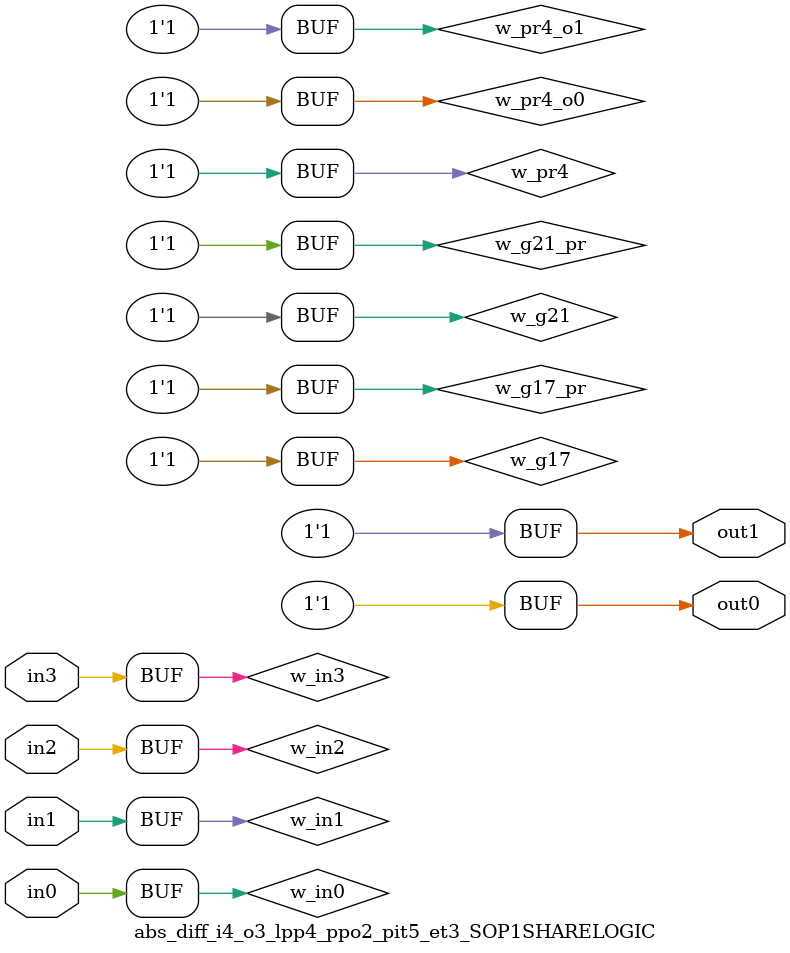
<source format=v>
module abs_diff_i4_o3_lpp4_ppo2_pit5_et3_SOP1SHARELOGIC (in0, in1, in2, in3, out0, out1);
// declaring inputs
input in0,  in1,  in2,  in3;
// declaring outputs
output out0,  out1;
// JSON model input
wire w_in3, w_in2, w_in1, w_in0;
// JSON model output
wire w_g17, w_g21;
//json model
wire w_g17_pr, w_g21_pr, w_pr0_o0, w_pr1_o0, w_pr2_o0, w_pr3_o0, w_pr4_o0, w_pr0_o1, w_pr1_o1, w_pr2_o1, w_pr3_o1, w_pr4_o1, w_pr0, w_pr1, w_pr2, w_pr3, w_pr4;
// JSON model input assign
assign w_in3 = in3;
assign w_in2 = in2;
assign w_in1 = in1;
assign w_in0 = in0;

//json model assigns (approximated Shared/XPAT part)
//assign literals to products
assign w_pr0 = w_in1 & w_in2 & w_in3;
assign w_pr1 = w_in2 & w_in3;
assign w_pr2 = ~w_in2 & ~w_in3;
assign w_pr3 = ~w_in0;
assign w_pr4 = 1;
//if a product has literals and if the product is being "activated" for that output
assign w_pr0_o0 = w_pr0 & 0;
assign w_pr1_o0 = w_pr1 & 0;
assign w_pr2_o0 = w_pr2 & 1;
assign w_pr3_o0 = w_pr3 & 1;
assign w_pr4_o0 = w_pr4 & 1;
assign w_pr0_o1 = w_pr0 & 1;
assign w_pr1_o1 = w_pr1 & 1;
assign w_pr2_o1 = w_pr2 & 1;
assign w_pr3_o1 = w_pr3 & 0;
assign w_pr4_o1 = w_pr4 & 1;
//compose an output with corresponding products (OR)
assign w_g17 = w_pr0_o0 | w_pr1_o0 | w_pr2_o0 | w_pr3_o0 | w_pr4_o0;
assign w_g21 = w_pr0_o1 | w_pr1_o1 | w_pr2_o1 | w_pr3_o1 | w_pr4_o1;
//if an output has products and if it is part of the JSON model
assign w_g17_pr = w_g17 & 1;
assign w_g21_pr = w_g21 & 1;
// output assigns
assign out0 = w_g17_pr;
assign out1 = w_g21_pr;
endmodule
</source>
